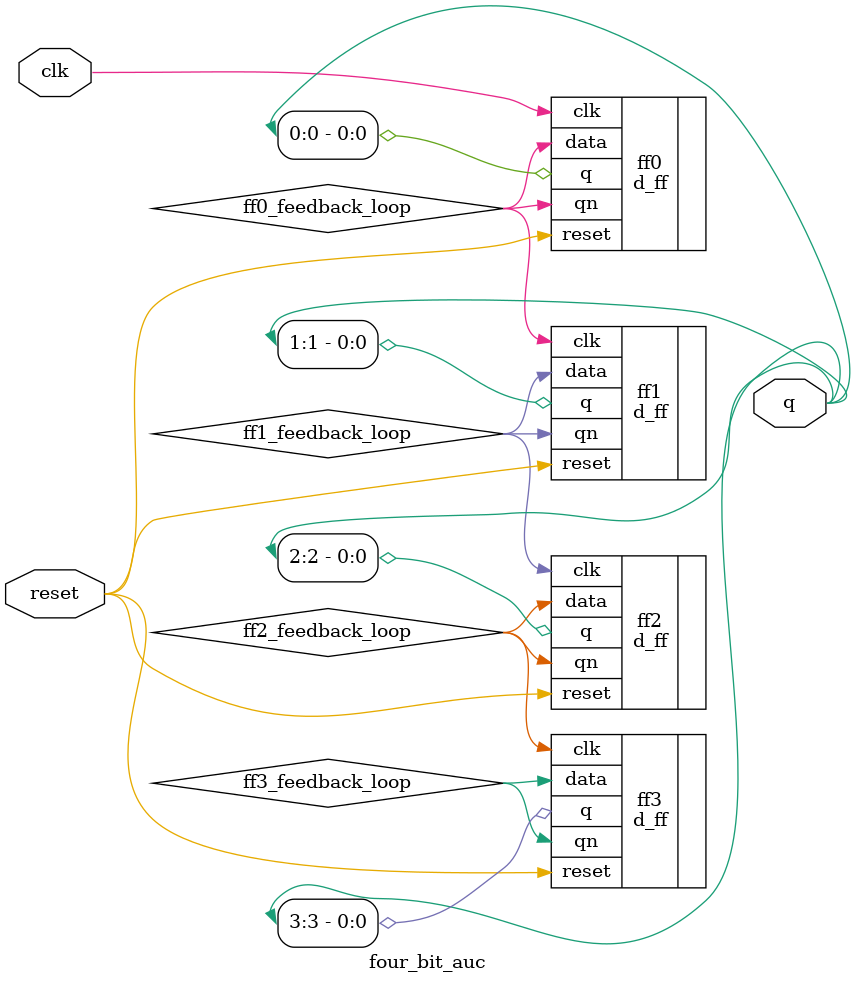
<source format=v>
module four_bit_auc(
	clk,
	reset,
	q
	);
	input clk;
	input reset;
	output [3:0] q;
	
	wire ff0_feedback_loop;
	wire ff1_feedback_loop;
	wire ff2_feedback_loop;
	wire ff3_feedback_loop;

	d_ff ff0(.clk  (clk),
		.reset(reset),
		.q    (q[0]),
		.data (ff0_feedback_loop),
		.qn   (ff0_feedback_loop)
		);

	d_ff ff1(.clk  (ff0_feedback_loop),
		.reset(reset),
		.q    (q[1]),
		.data (ff1_feedback_loop),
		.qn   (ff1_feedback_loop)
		);

	d_ff ff2(.clk  (ff1_feedback_loop),
		.reset(reset),
		.q(q[2]),
		.data (ff2_feedback_loop),
		.qn   (ff2_feedback_loop)
		);

	d_ff ff3(.clk  (ff2_feedback_loop),
		.reset(reset),
		.q    (q[3]),
		.data (ff3_feedback_loop),
		.qn   (ff3_feedback_loop)
		);


endmodule // four_bit_aug
</source>
